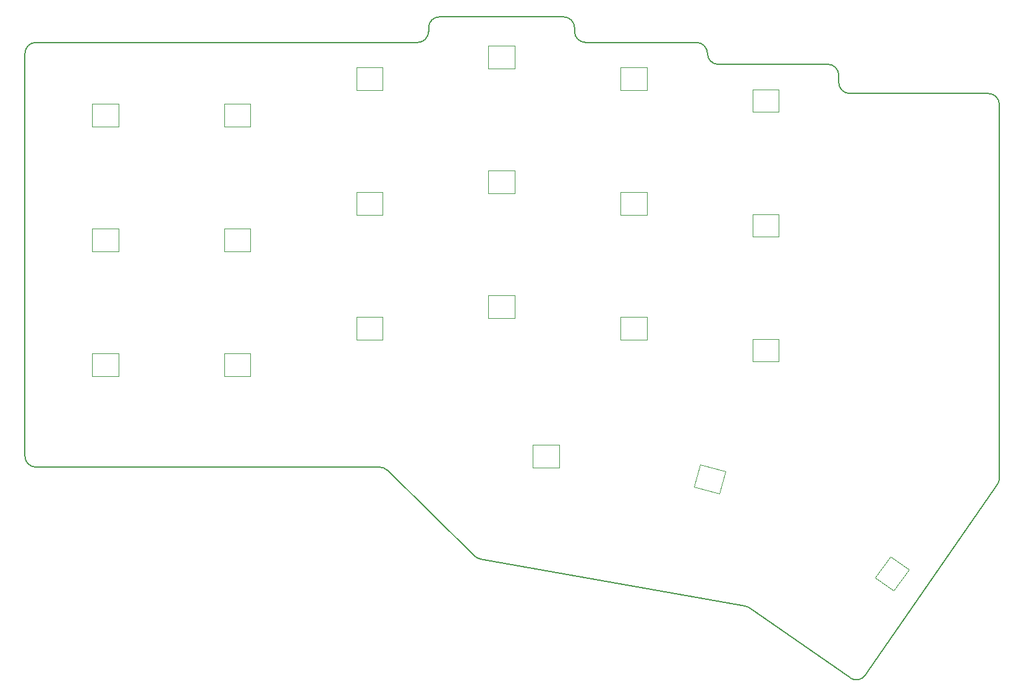
<source format=gbr>
%TF.GenerationSoftware,KiCad,Pcbnew,8.0.5*%
%TF.CreationDate,2024-11-11T15:34:29+00:00*%
%TF.ProjectId,kybd,6b796264-2e6b-4696-9361-645f70636258,v1.0.0*%
%TF.SameCoordinates,Original*%
%TF.FileFunction,Profile,NP*%
%FSLAX46Y46*%
G04 Gerber Fmt 4.6, Leading zero omitted, Abs format (unit mm)*
G04 Created by KiCad (PCBNEW 8.0.5) date 2024-11-11 15:34:29*
%MOMM*%
%LPD*%
G01*
G04 APERTURE LIST*
%TA.AperFunction,Profile*%
%ADD10C,0.150000*%
%TD*%
%TA.AperFunction,Profile*%
%ADD11C,0.120000*%
%TD*%
G04 APERTURE END LIST*
D10*
X157500000Y-27800000D02*
X157500000Y-27799082D01*
X139300000Y-24799918D02*
X139300000Y-24299000D01*
X155999918Y-26299082D02*
X140800082Y-26299918D01*
X119300000Y-24299000D02*
G75*
G02*
X120800000Y-22799000I1500000J0D01*
G01*
X174000000Y-29300000D02*
X159000000Y-29300000D01*
X64000000Y-27800000D02*
G75*
G02*
X65500000Y-26300000I1500000J0D01*
G01*
X137800000Y-22799000D02*
G75*
G02*
X139300000Y-24299000I0J-1500000D01*
G01*
X163249954Y-103772638D02*
X177051569Y-113393269D01*
X65500000Y-84500000D02*
G75*
G02*
X64000000Y-83000000I0J1500000D01*
G01*
X159000000Y-29300000D02*
G75*
G02*
X157500000Y-27800000I0J1500000D01*
G01*
X112585642Y-84500000D02*
G75*
G02*
X113637871Y-84930936I-42J-1500200D01*
G01*
X126358257Y-97081370D02*
G75*
G02*
X125568279Y-96673532I262243J1476970D01*
G01*
X119300000Y-24800000D02*
G75*
G02*
X117800000Y-26300000I-1500000J0D01*
G01*
X195999932Y-33300068D02*
G75*
G02*
X197499932Y-34800068I68J-1499932D01*
G01*
X137800000Y-22799000D02*
X120800000Y-22799000D01*
X64000000Y-27800000D02*
X64000000Y-83000000D01*
X113637851Y-84930956D02*
X125568293Y-96673517D01*
X175500000Y-31800932D02*
X175500000Y-30800000D01*
X197500000Y-86031440D02*
X197500000Y-34800068D01*
X162654430Y-103526282D02*
G75*
G02*
X163249940Y-103772658I-262230J-1476718D01*
G01*
X155999918Y-26299082D02*
G75*
G02*
X157500018Y-27799082I82J-1500018D01*
G01*
X119300000Y-24299000D02*
X119300000Y-24800000D01*
X174000000Y-29300000D02*
G75*
G02*
X175500000Y-30800000I0J-1500000D01*
G01*
X126358257Y-97081370D02*
X162654430Y-103526282D01*
X65500000Y-84500000D02*
X112585642Y-84500000D01*
X195999932Y-33300068D02*
X177000068Y-33300932D01*
X140800082Y-26299918D02*
G75*
G02*
X139299982Y-24799918I-82J1500018D01*
G01*
X117800000Y-26300000D02*
X65500000Y-26300000D01*
X197500000Y-86031440D02*
G75*
G02*
X197233304Y-86885255I-1500200J40D01*
G01*
X177000068Y-33300932D02*
G75*
G02*
X175500068Y-31800932I-68J1499932D01*
G01*
X179142631Y-113016535D02*
X197233293Y-86885248D01*
X179142631Y-113016535D02*
G75*
G02*
X177051529Y-113393327I-1233331J853735D01*
G01*
%TO.C,LED3*%
D11*
X127500000Y-26750000D02*
X131100000Y-26750000D01*
X131100000Y-29850000D01*
X127500000Y-29850000D01*
X127500000Y-26750000D01*
%TO.C,LED1*%
X163700000Y-32750000D02*
X167300000Y-32750000D01*
X167300000Y-35850000D01*
X163700000Y-35850000D01*
X163700000Y-32750000D01*
%TO.C,LED18*%
X73200000Y-68950000D02*
X76800000Y-68950000D01*
X76800000Y-72050000D01*
X73200000Y-72050000D01*
X73200000Y-68950000D01*
%TO.C,LED15*%
X127500000Y-60950000D02*
X131100000Y-60950000D01*
X131100000Y-64050000D01*
X127500000Y-64050000D01*
X127500000Y-60950000D01*
%TO.C,LED21*%
X185096123Y-98513170D02*
X183031248Y-101462117D01*
X180491877Y-99684030D01*
X182556752Y-96735083D01*
X185096123Y-98513170D01*
%TO.C,LED6*%
X73200000Y-34750000D02*
X76800000Y-34750000D01*
X76800000Y-37850000D01*
X73200000Y-37850000D01*
X73200000Y-34750000D01*
%TO.C,LED11*%
X149200000Y-49950000D02*
X145600000Y-49950000D01*
X145600000Y-46850000D01*
X149200000Y-46850000D01*
X149200000Y-49950000D01*
%TO.C,LED20*%
X159954536Y-85121989D02*
X159152197Y-88116359D01*
X155674864Y-87184611D01*
X156477203Y-84190241D01*
X159954536Y-85121989D01*
%TO.C,LED7*%
X76800000Y-54950000D02*
X73200000Y-54950000D01*
X73200000Y-51850000D01*
X76800000Y-51850000D01*
X76800000Y-54950000D01*
%TO.C,LED17*%
X91300000Y-68950000D02*
X94900000Y-68950000D01*
X94900000Y-72050000D01*
X91300000Y-72050000D01*
X91300000Y-68950000D01*
%TO.C,LED19*%
X137200000Y-84550000D02*
X133600000Y-84550000D01*
X133600000Y-81450000D01*
X137200000Y-81450000D01*
X137200000Y-84550000D01*
%TO.C,LED9*%
X113000000Y-49950000D02*
X109400000Y-49950000D01*
X109400000Y-46850000D01*
X113000000Y-46850000D01*
X113000000Y-49950000D01*
%TO.C,LED14*%
X145600000Y-63950000D02*
X149200000Y-63950000D01*
X149200000Y-67050000D01*
X145600000Y-67050000D01*
X145600000Y-63950000D01*
%TO.C,LED5*%
X91300000Y-34750000D02*
X94900000Y-34750000D01*
X94900000Y-37850000D01*
X91300000Y-37850000D01*
X91300000Y-34750000D01*
%TO.C,LED12*%
X167300000Y-52950000D02*
X163700000Y-52950000D01*
X163700000Y-49850000D01*
X167300000Y-49850000D01*
X167300000Y-52950000D01*
%TO.C,LED10*%
X131100000Y-46950000D02*
X127500000Y-46950000D01*
X127500000Y-43850000D01*
X131100000Y-43850000D01*
X131100000Y-46950000D01*
%TO.C,LED4*%
X109400000Y-29750000D02*
X113000000Y-29750000D01*
X113000000Y-32850000D01*
X109400000Y-32850000D01*
X109400000Y-29750000D01*
%TO.C,LED13*%
X163700000Y-66950000D02*
X167300000Y-66950000D01*
X167300000Y-70050000D01*
X163700000Y-70050000D01*
X163700000Y-66950000D01*
%TO.C,LED8*%
X94900000Y-54950000D02*
X91300000Y-54950000D01*
X91300000Y-51850000D01*
X94900000Y-51850000D01*
X94900000Y-54950000D01*
%TO.C,LED16*%
X109400000Y-63950000D02*
X113000000Y-63950000D01*
X113000000Y-67050000D01*
X109400000Y-67050000D01*
X109400000Y-63950000D01*
%TO.C,LED2*%
X145600000Y-29750000D02*
X149200000Y-29750000D01*
X149200000Y-32850000D01*
X145600000Y-32850000D01*
X145600000Y-29750000D01*
%TD*%
M02*

</source>
